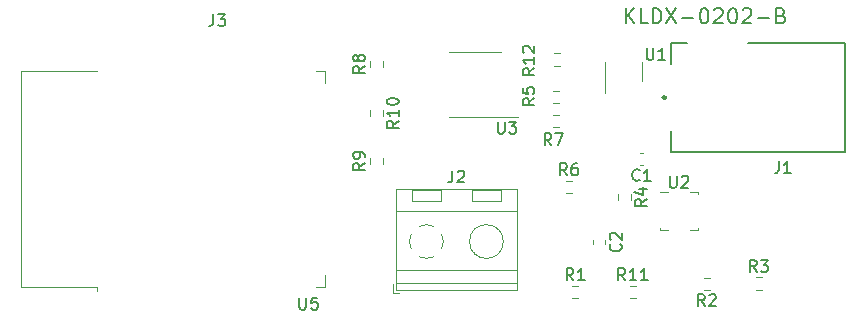
<source format=gbr>
%TF.GenerationSoftware,KiCad,Pcbnew,(6.0.2-0)*%
%TF.CreationDate,2022-03-21T13:29:44-04:00*%
%TF.ProjectId,chip-hardware,63686970-2d68-4617-9264-776172652e6b,v02*%
%TF.SameCoordinates,Original*%
%TF.FileFunction,Legend,Top*%
%TF.FilePolarity,Positive*%
%FSLAX46Y46*%
G04 Gerber Fmt 4.6, Leading zero omitted, Abs format (unit mm)*
G04 Created by KiCad (PCBNEW (6.0.2-0)) date 2022-03-21 13:29:44*
%MOMM*%
%LPD*%
G01*
G04 APERTURE LIST*
%ADD10C,0.150000*%
%ADD11C,0.120000*%
%ADD12C,0.250000*%
G04 APERTURE END LIST*
D10*
%TO.C,R3*%
X174763133Y-109258380D02*
X174429800Y-108782190D01*
X174191704Y-109258380D02*
X174191704Y-108258380D01*
X174572657Y-108258380D01*
X174667895Y-108306000D01*
X174715514Y-108353619D01*
X174763133Y-108448857D01*
X174763133Y-108591714D01*
X174715514Y-108686952D01*
X174667895Y-108734571D01*
X174572657Y-108782190D01*
X174191704Y-108782190D01*
X175096466Y-108258380D02*
X175715514Y-108258380D01*
X175382180Y-108639333D01*
X175525038Y-108639333D01*
X175620276Y-108686952D01*
X175667895Y-108734571D01*
X175715514Y-108829809D01*
X175715514Y-109067904D01*
X175667895Y-109163142D01*
X175620276Y-109210761D01*
X175525038Y-109258380D01*
X175239323Y-109258380D01*
X175144085Y-109210761D01*
X175096466Y-109163142D01*
%TO.C,R12*%
X155951180Y-92006657D02*
X155474990Y-92339990D01*
X155951180Y-92578085D02*
X154951180Y-92578085D01*
X154951180Y-92197133D01*
X154998800Y-92101895D01*
X155046419Y-92054276D01*
X155141657Y-92006657D01*
X155284514Y-92006657D01*
X155379752Y-92054276D01*
X155427371Y-92101895D01*
X155474990Y-92197133D01*
X155474990Y-92578085D01*
X155951180Y-91054276D02*
X155951180Y-91625704D01*
X155951180Y-91339990D02*
X154951180Y-91339990D01*
X155094038Y-91435228D01*
X155189276Y-91530466D01*
X155236895Y-91625704D01*
X155046419Y-90673323D02*
X154998800Y-90625704D01*
X154951180Y-90530466D01*
X154951180Y-90292371D01*
X154998800Y-90197133D01*
X155046419Y-90149514D01*
X155141657Y-90101895D01*
X155236895Y-90101895D01*
X155379752Y-90149514D01*
X155951180Y-90720942D01*
X155951180Y-90101895D01*
%TO.C,J2*%
X149013666Y-100669580D02*
X149013666Y-101383866D01*
X148966047Y-101526723D01*
X148870809Y-101621961D01*
X148727952Y-101669580D01*
X148632714Y-101669580D01*
X149442238Y-100764819D02*
X149489857Y-100717200D01*
X149585095Y-100669580D01*
X149823190Y-100669580D01*
X149918428Y-100717200D01*
X149966047Y-100764819D01*
X150013666Y-100860057D01*
X150013666Y-100955295D01*
X149966047Y-101098152D01*
X149394619Y-101669580D01*
X150013666Y-101669580D01*
%TO.C,R6*%
X158699733Y-101054180D02*
X158366400Y-100577990D01*
X158128304Y-101054180D02*
X158128304Y-100054180D01*
X158509257Y-100054180D01*
X158604495Y-100101800D01*
X158652114Y-100149419D01*
X158699733Y-100244657D01*
X158699733Y-100387514D01*
X158652114Y-100482752D01*
X158604495Y-100530371D01*
X158509257Y-100577990D01*
X158128304Y-100577990D01*
X159556876Y-100054180D02*
X159366400Y-100054180D01*
X159271161Y-100101800D01*
X159223542Y-100149419D01*
X159128304Y-100292276D01*
X159080685Y-100482752D01*
X159080685Y-100863704D01*
X159128304Y-100958942D01*
X159175923Y-101006561D01*
X159271161Y-101054180D01*
X159461638Y-101054180D01*
X159556876Y-101006561D01*
X159604495Y-100958942D01*
X159652114Y-100863704D01*
X159652114Y-100625609D01*
X159604495Y-100530371D01*
X159556876Y-100482752D01*
X159461638Y-100435133D01*
X159271161Y-100435133D01*
X159175923Y-100482752D01*
X159128304Y-100530371D01*
X159080685Y-100625609D01*
%TO.C,J1*%
X176664423Y-99883980D02*
X176664423Y-100598266D01*
X176616804Y-100741123D01*
X176521566Y-100836361D01*
X176378709Y-100883980D01*
X176283471Y-100883980D01*
X177664423Y-100883980D02*
X177092995Y-100883980D01*
X177378709Y-100883980D02*
X177378709Y-99883980D01*
X177283471Y-100026838D01*
X177188233Y-100122076D01*
X177092995Y-100169695D01*
X163670342Y-88204523D02*
X163670342Y-86934523D01*
X164396057Y-88204523D02*
X163851771Y-87478809D01*
X164396057Y-86934523D02*
X163670342Y-87660238D01*
X165545104Y-88204523D02*
X164940342Y-88204523D01*
X164940342Y-86934523D01*
X165968438Y-88204523D02*
X165968438Y-86934523D01*
X166270819Y-86934523D01*
X166452247Y-86995000D01*
X166573200Y-87115952D01*
X166633676Y-87236904D01*
X166694152Y-87478809D01*
X166694152Y-87660238D01*
X166633676Y-87902142D01*
X166573200Y-88023095D01*
X166452247Y-88144047D01*
X166270819Y-88204523D01*
X165968438Y-88204523D01*
X167117485Y-86934523D02*
X167964152Y-88204523D01*
X167964152Y-86934523D02*
X167117485Y-88204523D01*
X168447961Y-87720714D02*
X169415580Y-87720714D01*
X170262247Y-86934523D02*
X170383200Y-86934523D01*
X170504152Y-86995000D01*
X170564628Y-87055476D01*
X170625104Y-87176428D01*
X170685580Y-87418333D01*
X170685580Y-87720714D01*
X170625104Y-87962619D01*
X170564628Y-88083571D01*
X170504152Y-88144047D01*
X170383200Y-88204523D01*
X170262247Y-88204523D01*
X170141295Y-88144047D01*
X170080819Y-88083571D01*
X170020342Y-87962619D01*
X169959866Y-87720714D01*
X169959866Y-87418333D01*
X170020342Y-87176428D01*
X170080819Y-87055476D01*
X170141295Y-86995000D01*
X170262247Y-86934523D01*
X171169390Y-87055476D02*
X171229866Y-86995000D01*
X171350819Y-86934523D01*
X171653200Y-86934523D01*
X171774152Y-86995000D01*
X171834628Y-87055476D01*
X171895104Y-87176428D01*
X171895104Y-87297380D01*
X171834628Y-87478809D01*
X171108914Y-88204523D01*
X171895104Y-88204523D01*
X172681295Y-86934523D02*
X172802247Y-86934523D01*
X172923200Y-86995000D01*
X172983676Y-87055476D01*
X173044152Y-87176428D01*
X173104628Y-87418333D01*
X173104628Y-87720714D01*
X173044152Y-87962619D01*
X172983676Y-88083571D01*
X172923200Y-88144047D01*
X172802247Y-88204523D01*
X172681295Y-88204523D01*
X172560342Y-88144047D01*
X172499866Y-88083571D01*
X172439390Y-87962619D01*
X172378914Y-87720714D01*
X172378914Y-87418333D01*
X172439390Y-87176428D01*
X172499866Y-87055476D01*
X172560342Y-86995000D01*
X172681295Y-86934523D01*
X173588438Y-87055476D02*
X173648914Y-86995000D01*
X173769866Y-86934523D01*
X174072247Y-86934523D01*
X174193200Y-86995000D01*
X174253676Y-87055476D01*
X174314152Y-87176428D01*
X174314152Y-87297380D01*
X174253676Y-87478809D01*
X173527961Y-88204523D01*
X174314152Y-88204523D01*
X174858438Y-87720714D02*
X175826057Y-87720714D01*
X176854152Y-87539285D02*
X177035580Y-87599761D01*
X177096057Y-87660238D01*
X177156533Y-87781190D01*
X177156533Y-87962619D01*
X177096057Y-88083571D01*
X177035580Y-88144047D01*
X176914628Y-88204523D01*
X176430819Y-88204523D01*
X176430819Y-86934523D01*
X176854152Y-86934523D01*
X176975104Y-86995000D01*
X177035580Y-87055476D01*
X177096057Y-87176428D01*
X177096057Y-87297380D01*
X177035580Y-87418333D01*
X176975104Y-87478809D01*
X176854152Y-87539285D01*
X176430819Y-87539285D01*
%TO.C,U5*%
X136046695Y-111433780D02*
X136046695Y-112243304D01*
X136094314Y-112338542D01*
X136141933Y-112386161D01*
X136237171Y-112433780D01*
X136427647Y-112433780D01*
X136522885Y-112386161D01*
X136570504Y-112338542D01*
X136618123Y-112243304D01*
X136618123Y-111433780D01*
X137570504Y-111433780D02*
X137094314Y-111433780D01*
X137046695Y-111909971D01*
X137094314Y-111862352D01*
X137189552Y-111814733D01*
X137427647Y-111814733D01*
X137522885Y-111862352D01*
X137570504Y-111909971D01*
X137618123Y-112005209D01*
X137618123Y-112243304D01*
X137570504Y-112338542D01*
X137522885Y-112386161D01*
X137427647Y-112433780D01*
X137189552Y-112433780D01*
X137094314Y-112386161D01*
X137046695Y-112338542D01*
%TO.C,U3*%
X152857295Y-96531180D02*
X152857295Y-97340704D01*
X152904914Y-97435942D01*
X152952533Y-97483561D01*
X153047771Y-97531180D01*
X153238247Y-97531180D01*
X153333485Y-97483561D01*
X153381104Y-97435942D01*
X153428723Y-97340704D01*
X153428723Y-96531180D01*
X153809676Y-96531180D02*
X154428723Y-96531180D01*
X154095390Y-96912133D01*
X154238247Y-96912133D01*
X154333485Y-96959752D01*
X154381104Y-97007371D01*
X154428723Y-97102609D01*
X154428723Y-97340704D01*
X154381104Y-97435942D01*
X154333485Y-97483561D01*
X154238247Y-97531180D01*
X153952533Y-97531180D01*
X153857295Y-97483561D01*
X153809676Y-97435942D01*
%TO.C,U1*%
X165455695Y-90282780D02*
X165455695Y-91092304D01*
X165503314Y-91187542D01*
X165550933Y-91235161D01*
X165646171Y-91282780D01*
X165836647Y-91282780D01*
X165931885Y-91235161D01*
X165979504Y-91187542D01*
X166027123Y-91092304D01*
X166027123Y-90282780D01*
X167027123Y-91282780D02*
X166455695Y-91282780D01*
X166741409Y-91282780D02*
X166741409Y-90282780D01*
X166646171Y-90425638D01*
X166550933Y-90520876D01*
X166455695Y-90568495D01*
%TO.C,R2*%
X170367033Y-112143780D02*
X170033700Y-111667590D01*
X169795604Y-112143780D02*
X169795604Y-111143780D01*
X170176557Y-111143780D01*
X170271795Y-111191400D01*
X170319414Y-111239019D01*
X170367033Y-111334257D01*
X170367033Y-111477114D01*
X170319414Y-111572352D01*
X170271795Y-111619971D01*
X170176557Y-111667590D01*
X169795604Y-111667590D01*
X170747985Y-111239019D02*
X170795604Y-111191400D01*
X170890842Y-111143780D01*
X171128938Y-111143780D01*
X171224176Y-111191400D01*
X171271795Y-111239019D01*
X171319414Y-111334257D01*
X171319414Y-111429495D01*
X171271795Y-111572352D01*
X170700366Y-112143780D01*
X171319414Y-112143780D01*
%TO.C,R5*%
X155951180Y-94553066D02*
X155474990Y-94886400D01*
X155951180Y-95124495D02*
X154951180Y-95124495D01*
X154951180Y-94743542D01*
X154998800Y-94648304D01*
X155046419Y-94600685D01*
X155141657Y-94553066D01*
X155284514Y-94553066D01*
X155379752Y-94600685D01*
X155427371Y-94648304D01*
X155474990Y-94743542D01*
X155474990Y-95124495D01*
X154951180Y-93648304D02*
X154951180Y-94124495D01*
X155427371Y-94172114D01*
X155379752Y-94124495D01*
X155332133Y-94029257D01*
X155332133Y-93791161D01*
X155379752Y-93695923D01*
X155427371Y-93648304D01*
X155522609Y-93600685D01*
X155760704Y-93600685D01*
X155855942Y-93648304D01*
X155903561Y-93695923D01*
X155951180Y-93791161D01*
X155951180Y-94029257D01*
X155903561Y-94124495D01*
X155855942Y-94172114D01*
%TO.C,J3*%
X128774866Y-87412580D02*
X128774866Y-88126866D01*
X128727247Y-88269723D01*
X128632009Y-88364961D01*
X128489152Y-88412580D01*
X128393914Y-88412580D01*
X129155819Y-87412580D02*
X129774866Y-87412580D01*
X129441533Y-87793533D01*
X129584390Y-87793533D01*
X129679628Y-87841152D01*
X129727247Y-87888771D01*
X129774866Y-87984009D01*
X129774866Y-88222104D01*
X129727247Y-88317342D01*
X129679628Y-88364961D01*
X129584390Y-88412580D01*
X129298676Y-88412580D01*
X129203438Y-88364961D01*
X129155819Y-88317342D01*
%TO.C,R4*%
X165460380Y-103087466D02*
X164984190Y-103420800D01*
X165460380Y-103658895D02*
X164460380Y-103658895D01*
X164460380Y-103277942D01*
X164508000Y-103182704D01*
X164555619Y-103135085D01*
X164650857Y-103087466D01*
X164793714Y-103087466D01*
X164888952Y-103135085D01*
X164936571Y-103182704D01*
X164984190Y-103277942D01*
X164984190Y-103658895D01*
X164793714Y-102230323D02*
X165460380Y-102230323D01*
X164412761Y-102468419D02*
X165127047Y-102706514D01*
X165127047Y-102087466D01*
%TO.C,C1*%
X164857133Y-101456742D02*
X164809514Y-101504361D01*
X164666657Y-101551980D01*
X164571419Y-101551980D01*
X164428561Y-101504361D01*
X164333323Y-101409123D01*
X164285704Y-101313885D01*
X164238085Y-101123409D01*
X164238085Y-100980552D01*
X164285704Y-100790076D01*
X164333323Y-100694838D01*
X164428561Y-100599600D01*
X164571419Y-100551980D01*
X164666657Y-100551980D01*
X164809514Y-100599600D01*
X164857133Y-100647219D01*
X165809514Y-101551980D02*
X165238085Y-101551980D01*
X165523800Y-101551980D02*
X165523800Y-100551980D01*
X165428561Y-100694838D01*
X165333323Y-100790076D01*
X165238085Y-100837695D01*
%TO.C,R9*%
X141592580Y-100037566D02*
X141116390Y-100370900D01*
X141592580Y-100608995D02*
X140592580Y-100608995D01*
X140592580Y-100228042D01*
X140640200Y-100132804D01*
X140687819Y-100085185D01*
X140783057Y-100037566D01*
X140925914Y-100037566D01*
X141021152Y-100085185D01*
X141068771Y-100132804D01*
X141116390Y-100228042D01*
X141116390Y-100608995D01*
X141592580Y-99561376D02*
X141592580Y-99370900D01*
X141544961Y-99275661D01*
X141497342Y-99228042D01*
X141354485Y-99132804D01*
X141164009Y-99085185D01*
X140783057Y-99085185D01*
X140687819Y-99132804D01*
X140640200Y-99180423D01*
X140592580Y-99275661D01*
X140592580Y-99466138D01*
X140640200Y-99561376D01*
X140687819Y-99608995D01*
X140783057Y-99656614D01*
X141021152Y-99656614D01*
X141116390Y-99608995D01*
X141164009Y-99561376D01*
X141211628Y-99466138D01*
X141211628Y-99275661D01*
X141164009Y-99180423D01*
X141116390Y-99132804D01*
X141021152Y-99085185D01*
%TO.C,R7*%
X157389533Y-98521780D02*
X157056200Y-98045590D01*
X156818104Y-98521780D02*
X156818104Y-97521780D01*
X157199057Y-97521780D01*
X157294295Y-97569400D01*
X157341914Y-97617019D01*
X157389533Y-97712257D01*
X157389533Y-97855114D01*
X157341914Y-97950352D01*
X157294295Y-97997971D01*
X157199057Y-98045590D01*
X156818104Y-98045590D01*
X157722866Y-97521780D02*
X158389533Y-97521780D01*
X157960961Y-98521780D01*
%TO.C,R11*%
X163631542Y-109944180D02*
X163298209Y-109467990D01*
X163060114Y-109944180D02*
X163060114Y-108944180D01*
X163441066Y-108944180D01*
X163536304Y-108991800D01*
X163583923Y-109039419D01*
X163631542Y-109134657D01*
X163631542Y-109277514D01*
X163583923Y-109372752D01*
X163536304Y-109420371D01*
X163441066Y-109467990D01*
X163060114Y-109467990D01*
X164583923Y-109944180D02*
X164012495Y-109944180D01*
X164298209Y-109944180D02*
X164298209Y-108944180D01*
X164202971Y-109087038D01*
X164107733Y-109182276D01*
X164012495Y-109229895D01*
X165536304Y-109944180D02*
X164964876Y-109944180D01*
X165250590Y-109944180D02*
X165250590Y-108944180D01*
X165155352Y-109087038D01*
X165060114Y-109182276D01*
X164964876Y-109229895D01*
%TO.C,R8*%
X141592580Y-91809866D02*
X141116390Y-92143200D01*
X141592580Y-92381295D02*
X140592580Y-92381295D01*
X140592580Y-92000342D01*
X140640200Y-91905104D01*
X140687819Y-91857485D01*
X140783057Y-91809866D01*
X140925914Y-91809866D01*
X141021152Y-91857485D01*
X141068771Y-91905104D01*
X141116390Y-92000342D01*
X141116390Y-92381295D01*
X141021152Y-91238438D02*
X140973533Y-91333676D01*
X140925914Y-91381295D01*
X140830676Y-91428914D01*
X140783057Y-91428914D01*
X140687819Y-91381295D01*
X140640200Y-91333676D01*
X140592580Y-91238438D01*
X140592580Y-91047961D01*
X140640200Y-90952723D01*
X140687819Y-90905104D01*
X140783057Y-90857485D01*
X140830676Y-90857485D01*
X140925914Y-90905104D01*
X140973533Y-90952723D01*
X141021152Y-91047961D01*
X141021152Y-91238438D01*
X141068771Y-91333676D01*
X141116390Y-91381295D01*
X141211628Y-91428914D01*
X141402104Y-91428914D01*
X141497342Y-91381295D01*
X141544961Y-91333676D01*
X141592580Y-91238438D01*
X141592580Y-91047961D01*
X141544961Y-90952723D01*
X141497342Y-90905104D01*
X141402104Y-90857485D01*
X141211628Y-90857485D01*
X141116390Y-90905104D01*
X141068771Y-90952723D01*
X141021152Y-91047961D01*
%TO.C,R10*%
X144452580Y-96451657D02*
X143976390Y-96784990D01*
X144452580Y-97023085D02*
X143452580Y-97023085D01*
X143452580Y-96642133D01*
X143500200Y-96546895D01*
X143547819Y-96499276D01*
X143643057Y-96451657D01*
X143785914Y-96451657D01*
X143881152Y-96499276D01*
X143928771Y-96546895D01*
X143976390Y-96642133D01*
X143976390Y-97023085D01*
X144452580Y-95499276D02*
X144452580Y-96070704D01*
X144452580Y-95784990D02*
X143452580Y-95784990D01*
X143595438Y-95880228D01*
X143690676Y-95975466D01*
X143738295Y-96070704D01*
X143452580Y-94880228D02*
X143452580Y-94784990D01*
X143500200Y-94689752D01*
X143547819Y-94642133D01*
X143643057Y-94594514D01*
X143833533Y-94546895D01*
X144071628Y-94546895D01*
X144262104Y-94594514D01*
X144357342Y-94642133D01*
X144404961Y-94689752D01*
X144452580Y-94784990D01*
X144452580Y-94880228D01*
X144404961Y-94975466D01*
X144357342Y-95023085D01*
X144262104Y-95070704D01*
X144071628Y-95118323D01*
X143833533Y-95118323D01*
X143643057Y-95070704D01*
X143547819Y-95023085D01*
X143500200Y-94975466D01*
X143452580Y-94880228D01*
%TO.C,U2*%
X167411495Y-101116980D02*
X167411495Y-101926504D01*
X167459114Y-102021742D01*
X167506733Y-102069361D01*
X167601971Y-102116980D01*
X167792447Y-102116980D01*
X167887685Y-102069361D01*
X167935304Y-102021742D01*
X167982923Y-101926504D01*
X167982923Y-101116980D01*
X168411495Y-101212219D02*
X168459114Y-101164600D01*
X168554352Y-101116980D01*
X168792447Y-101116980D01*
X168887685Y-101164600D01*
X168935304Y-101212219D01*
X168982923Y-101307457D01*
X168982923Y-101402695D01*
X168935304Y-101545552D01*
X168363876Y-102116980D01*
X168982923Y-102116980D01*
%TO.C,R1*%
X159245733Y-109944180D02*
X158912400Y-109467990D01*
X158674304Y-109944180D02*
X158674304Y-108944180D01*
X159055257Y-108944180D01*
X159150495Y-108991800D01*
X159198114Y-109039419D01*
X159245733Y-109134657D01*
X159245733Y-109277514D01*
X159198114Y-109372752D01*
X159150495Y-109420371D01*
X159055257Y-109467990D01*
X158674304Y-109467990D01*
X160198114Y-109944180D02*
X159626685Y-109944180D01*
X159912400Y-109944180D02*
X159912400Y-108944180D01*
X159817161Y-109087038D01*
X159721923Y-109182276D01*
X159626685Y-109229895D01*
%TO.C,C2*%
X163231542Y-106898566D02*
X163279161Y-106946185D01*
X163326780Y-107089042D01*
X163326780Y-107184280D01*
X163279161Y-107327138D01*
X163183923Y-107422376D01*
X163088685Y-107469995D01*
X162898209Y-107517614D01*
X162755352Y-107517614D01*
X162564876Y-107469995D01*
X162469638Y-107422376D01*
X162374400Y-107327138D01*
X162326780Y-107184280D01*
X162326780Y-107089042D01*
X162374400Y-106946185D01*
X162422019Y-106898566D01*
X162422019Y-106517614D02*
X162374400Y-106469995D01*
X162326780Y-106374757D01*
X162326780Y-106136661D01*
X162374400Y-106041423D01*
X162422019Y-105993804D01*
X162517257Y-105946185D01*
X162612495Y-105946185D01*
X162755352Y-105993804D01*
X163326780Y-106565233D01*
X163326780Y-105946185D01*
D11*
%TO.C,R3*%
X174675076Y-110758500D02*
X175184524Y-110758500D01*
X174675076Y-109713500D02*
X175184524Y-109713500D01*
%TO.C,R12*%
X158092224Y-91784700D02*
X157582776Y-91784700D01*
X158092224Y-90739700D02*
X157582776Y-90739700D01*
%TO.C,J2*%
X145557000Y-102277200D02*
X148057000Y-102277200D01*
X144207000Y-109127200D02*
X154487000Y-109127200D01*
X150637000Y-102277200D02*
X153137000Y-102277200D01*
X144207000Y-102217200D02*
X144207000Y-110787200D01*
X145557000Y-103277200D02*
X148057000Y-103277200D01*
X148057000Y-102277200D02*
X148057000Y-103277200D01*
X144207000Y-104127200D02*
X154487000Y-104127200D01*
X143967000Y-111027200D02*
X144467000Y-111027200D01*
X151017000Y-107722200D02*
X150977000Y-107762200D01*
X145557000Y-102277200D02*
X145557000Y-103277200D01*
X152798000Y-105592200D02*
X152758000Y-105632200D01*
X144207000Y-102217200D02*
X154487000Y-102217200D01*
X154487000Y-102217200D02*
X154487000Y-110787200D01*
X144207000Y-110227200D02*
X154487000Y-110227200D01*
X153137000Y-102277200D02*
X153137000Y-103277200D01*
X150863000Y-107527200D02*
X150803000Y-107587200D01*
X144207000Y-110787200D02*
X154487000Y-110787200D01*
X143967000Y-110287200D02*
X143967000Y-111027200D01*
X150637000Y-102277200D02*
X150637000Y-103277200D01*
X150637000Y-103277200D02*
X153137000Y-103277200D01*
X152972000Y-105767200D02*
X152912000Y-105826200D01*
X148093000Y-107304200D02*
G75*
G03*
X148092823Y-106049838I-1286006J627000D01*
G01*
X146179000Y-107963200D02*
G75*
G03*
X146831280Y-108108140I628002J1286011D01*
G01*
X145521000Y-106049200D02*
G75*
G03*
X145520389Y-107303946I1285999J-627999D01*
G01*
X147434000Y-105391200D02*
G75*
G03*
X146179638Y-105391377I-627000J-1286006D01*
G01*
X146807000Y-108107200D02*
G75*
G03*
X147433871Y-107962475I-1J1430001D01*
G01*
X153317000Y-106677200D02*
G75*
G03*
X153317000Y-106677200I-1430000J0D01*
G01*
%TO.C,R6*%
X158611676Y-102554300D02*
X159121124Y-102554300D01*
X158611676Y-101509300D02*
X159121124Y-101509300D01*
D10*
%TO.C,J1*%
X182286300Y-99132000D02*
X167486300Y-99132000D01*
X182286300Y-89832000D02*
X182286300Y-99132000D01*
X167486300Y-97306999D02*
X167486300Y-99132000D01*
X167486300Y-89832000D02*
X167486300Y-91657001D01*
X168861300Y-89832000D02*
X167486300Y-89832000D01*
X182286300Y-89832000D02*
X174011300Y-89832000D01*
D12*
X167086300Y-94482000D02*
G75*
G03*
X167086300Y-94482000I-125000J0D01*
G01*
D11*
%TO.C,U5*%
X137478600Y-110491400D02*
X138258600Y-110491400D01*
X112513600Y-110491400D02*
X112513600Y-92251400D01*
X138258600Y-92251400D02*
X138258600Y-93251400D01*
X138258600Y-110491400D02*
X138258600Y-109491400D01*
X137478600Y-92251400D02*
X138258600Y-92251400D01*
X118933600Y-110491400D02*
X118933600Y-110871400D01*
X112513600Y-110491400D02*
X118933600Y-110491400D01*
X112513600Y-92251400D02*
X118933600Y-92251400D01*
%TO.C,U3*%
X150926800Y-90660800D02*
X153126800Y-90660800D01*
X150926800Y-96130800D02*
X148726800Y-96130800D01*
X150926800Y-90660800D02*
X148726800Y-90660800D01*
X150926800Y-96130800D02*
X154526800Y-96130800D01*
%TO.C,U1*%
X161939800Y-92278200D02*
X161939800Y-91478200D01*
X161939800Y-92278200D02*
X161939800Y-94078200D01*
X165059800Y-92278200D02*
X165059800Y-91478200D01*
X165059800Y-92278200D02*
X165059800Y-93078200D01*
%TO.C,R2*%
X170788424Y-110783900D02*
X170278976Y-110783900D01*
X170788424Y-109738900D02*
X170278976Y-109738900D01*
%TO.C,R5*%
X157530076Y-94934300D02*
X158039524Y-94934300D01*
X157530076Y-93889300D02*
X158039524Y-93889300D01*
%TO.C,R4*%
X163055500Y-102666076D02*
X163055500Y-103175524D01*
X164100500Y-102666076D02*
X164100500Y-103175524D01*
%TO.C,C1*%
X165170067Y-100179600D02*
X164877533Y-100179600D01*
X165170067Y-99159600D02*
X164877533Y-99159600D01*
%TO.C,R9*%
X143092700Y-100125624D02*
X143092700Y-99616176D01*
X142047700Y-100125624D02*
X142047700Y-99616176D01*
%TO.C,R7*%
X158039524Y-97017100D02*
X157530076Y-97017100D01*
X158039524Y-95972100D02*
X157530076Y-95972100D01*
%TO.C,R11*%
X164019676Y-110399300D02*
X164529124Y-110399300D01*
X164019676Y-111444300D02*
X164529124Y-111444300D01*
%TO.C,R8*%
X143092700Y-91897924D02*
X143092700Y-91388476D01*
X142047700Y-91897924D02*
X142047700Y-91388476D01*
%TO.C,R10*%
X143092700Y-95554076D02*
X143092700Y-96063524D01*
X142047700Y-95554076D02*
X142047700Y-96063524D01*
%TO.C,U2*%
X167238400Y-105724600D02*
X166563400Y-105724600D01*
X169783400Y-102504600D02*
X169783400Y-102679600D01*
X169108400Y-102504600D02*
X169783400Y-102504600D01*
X169783400Y-105724600D02*
X169783400Y-105549600D01*
X169108400Y-105724600D02*
X169783400Y-105724600D01*
X167238400Y-102504600D02*
X166563400Y-102504600D01*
X166563400Y-105724600D02*
X166563400Y-105549600D01*
%TO.C,R1*%
X159157676Y-110399300D02*
X159667124Y-110399300D01*
X159157676Y-111444300D02*
X159667124Y-111444300D01*
%TO.C,C2*%
X161954400Y-106585633D02*
X161954400Y-106878167D01*
X160934400Y-106585633D02*
X160934400Y-106878167D01*
%TD*%
M02*

</source>
